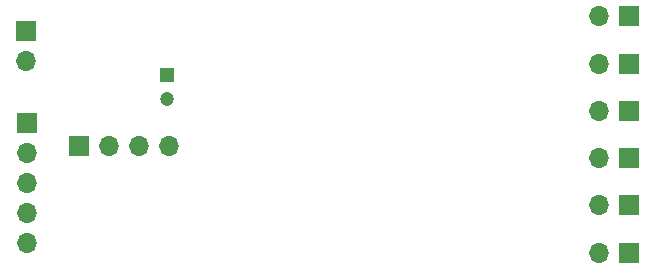
<source format=gbr>
%TF.GenerationSoftware,KiCad,Pcbnew,7.0.9*%
%TF.CreationDate,2023-12-22T17:01:32-08:00*%
%TF.ProjectId,Blinker5,426c696e-6b65-4723-952e-6b696361645f,n/c*%
%TF.SameCoordinates,Original*%
%TF.FileFunction,Soldermask,Bot*%
%TF.FilePolarity,Negative*%
%FSLAX46Y46*%
G04 Gerber Fmt 4.6, Leading zero omitted, Abs format (unit mm)*
G04 Created by KiCad (PCBNEW 7.0.9) date 2023-12-22 17:01:32*
%MOMM*%
%LPD*%
G01*
G04 APERTURE LIST*
%ADD10R,1.700000X1.700000*%
%ADD11O,1.700000X1.700000*%
%ADD12R,1.200000X1.200000*%
%ADD13C,1.200000*%
G04 APERTURE END LIST*
D10*
%TO.C,J9*%
X113380000Y-73000000D03*
D11*
X115920000Y-73000000D03*
X118460000Y-73000000D03*
X121000000Y-73000000D03*
%TD*%
D10*
%TO.C,J8*%
X109000000Y-71000000D03*
D11*
X109000000Y-73540000D03*
X109000000Y-76080000D03*
X109000000Y-78620000D03*
X109000000Y-81160000D03*
%TD*%
D10*
%TO.C,J7*%
X160000000Y-82000000D03*
D11*
X157460000Y-82000000D03*
%TD*%
D10*
%TO.C,J6*%
X160000000Y-78000000D03*
D11*
X157460000Y-78000000D03*
%TD*%
D10*
%TO.C,J5*%
X160000000Y-74000000D03*
D11*
X157460000Y-74000000D03*
%TD*%
D10*
%TO.C,J4*%
X160000000Y-70000000D03*
D11*
X157460000Y-70000000D03*
%TD*%
D10*
%TO.C,J3*%
X160000000Y-66000000D03*
D11*
X157460000Y-66000000D03*
%TD*%
%TO.C,J2*%
X157460000Y-62000000D03*
D10*
X160000000Y-62000000D03*
%TD*%
%TO.C,J1*%
X108900000Y-63225000D03*
D11*
X108900000Y-65765000D03*
%TD*%
D12*
%TO.C,C2*%
X120900000Y-67000000D03*
D13*
X120900000Y-69000000D03*
%TD*%
M02*

</source>
